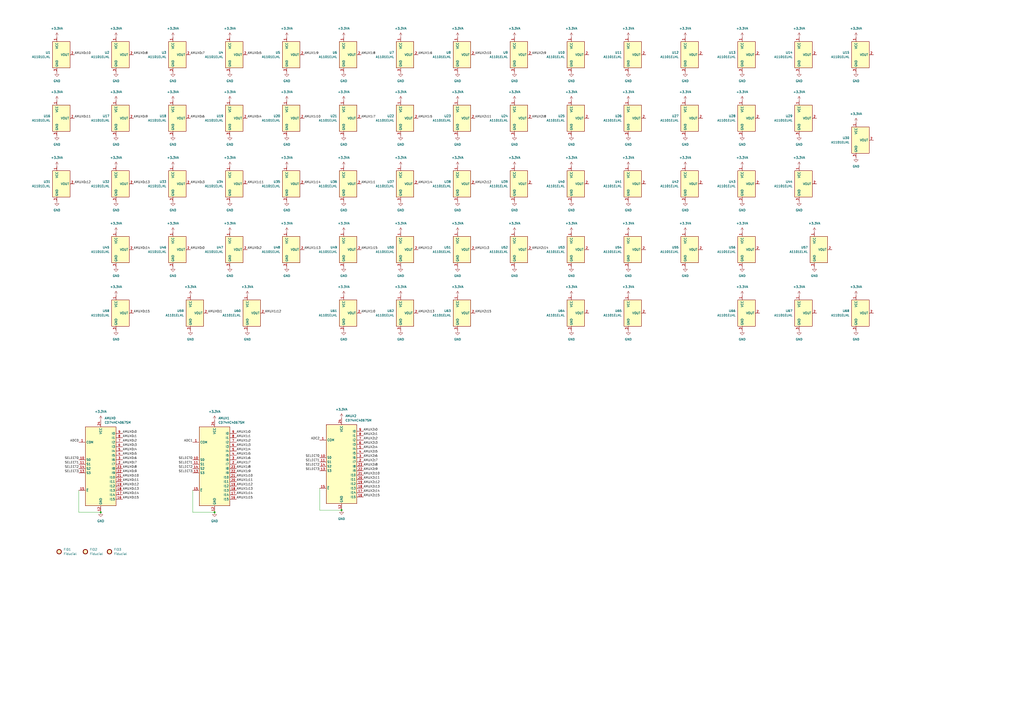
<source format=kicad_sch>
(kicad_sch (version 20230121) (generator eeschema)
  (paper "A2")
  (junction (at 58.42 297.18))
  (junction (at 198.12 295.91))
  (junction (at 124.46 297.18))
  (wire (pts (xy 185.42 295.91) (xy 198.12 295.91)))
  (wire (pts (xy 111.76 284.48) (xy 111.76 297.18)))
  (wire (pts (xy 45.72 297.18) (xy 58.42 297.18)))
  (wire (pts (xy 111.76 297.18) (xy 124.46 297.18)))
  (wire (pts (xy 45.72 284.48) (xy 45.72 297.18)))
  (wire (pts (xy 185.42 283.21) (xy 185.42 295.91)))
  (label "AMUX0:7" (at 110.49 31.75 0))
  (label "AMUX0:10" (at 71.12 276.86 0))
  (label "AMUX0:3" (at 110.49 106.68 0))
  (label "AMUX0:4" (at 71.12 261.62 0))
  (label "AMUX2:4" (at 210.82 260.35 0))
  (label "AMUX0:12" (at 71.12 281.94 0))
  (label "SELECT0" (at 111.76 266.7 180))
  (label "AMUX2:3" (at 210.82 257.81 0))
  (label "AMUX2:9" (at 210.82 273.05 0))
  (label "AMUX2:13" (at 242.57 181.61 0))
  (label "AMUX2:9" (at 308.61 31.75 0))
  (label "AMUX0:9" (at 77.47 68.58 0))
  (label "AMUX0:7" (at 71.12 269.24 0))
  (label "AMUX0:14" (at 77.47 144.78 0))
  (label "AMUX1:5" (at 137.16 264.16 0))
  (label "AMUX2:14" (at 308.61 144.78 0))
  (label "AMUX1:8" (at 209.55 31.75 0))
  (label "AMUX0:8" (at 71.12 271.78 0))
  (label "AMUX1:7" (at 209.55 68.58 0))
  (label "AMUX1:15" (at 137.16 289.56 0))
  (label "AMUX2:12" (at 210.82 280.67 0))
  (label "AMUX1:0" (at 209.55 181.61 0))
  (label "AMUX2:11" (at 275.59 68.58 0))
  (label "AMUX2:15" (at 210.82 288.29 0))
  (label "AMUX1:9" (at 137.16 274.32 0))
  (label "AMUX2:0" (at 210.82 250.19 0))
  (label "AMUX1:10" (at 176.53 68.58 0))
  (label "AMUX1:1" (at 137.16 254 0))
  (label "AMUX1:0" (at 137.16 251.46 0))
  (label "SELECT3" (at 111.76 274.32 180))
  (label "AMUX1:14" (at 176.53 106.68 0))
  (label "ADC0" (at 45.72 256.54 180))
  (label "AMUX0:2" (at 71.12 256.54 0))
  (label "AMUX0:1" (at 120.65 181.61 0))
  (label "SELECT1" (at 185.42 267.97 180))
  (label "AMUX0:2" (at 143.51 144.78 0))
  (label "AMUX0:11" (at 43.18 68.58 0))
  (label "AMUX1:3" (at 137.16 259.08 0))
  (label "AMUX1:13" (at 176.53 144.78 0))
  (label "AMUX0:0" (at 71.12 251.46 0))
  (label "AMUX1:8" (at 137.16 271.78 0))
  (label "AMUX0:14" (at 71.12 287.02 0))
  (label "SELECT1" (at 111.76 269.24 180))
  (label "SELECT3" (at 45.72 274.32 180))
  (label "AMUX2:2" (at 210.82 255.27 0))
  (label "AMUX2:13" (at 210.82 283.21 0))
  (label "AMUX0:6" (at 110.49 68.58 0))
  (label "AMUX0:11" (at 71.12 279.4 0))
  (label "AMUX1:7" (at 137.16 269.24 0))
  (label "AMUX1:9" (at 176.53 31.75 0))
  (label "AMUX0:4" (at 143.51 68.58 0))
  (label "AMUX1:1" (at 209.55 106.68 0))
  (label "AMUX1:14" (at 137.16 287.02 0))
  (label "AMUX1:4" (at 242.57 106.68 0))
  (label "AMUX1:13" (at 137.16 284.48 0))
  (label "AMUX0:15" (at 71.12 289.56 0))
  (label "AMUX1:6" (at 242.57 31.75 0))
  (label "AMUX2:11" (at 210.82 278.13 0))
  (label "AMUX0:13" (at 77.47 106.68 0))
  (label "AMUX0:9" (at 71.12 274.32 0))
  (label "AMUX1:2" (at 137.16 256.54 0))
  (label "AMUX0:5" (at 71.12 264.16 0))
  (label "AMUX0:8" (at 77.47 31.75 0))
  (label "ADC2" (at 185.42 255.27 180))
  (label "AMUX0:10" (at 43.18 31.75 0))
  (label "AMUX2:6" (at 210.82 265.43 0))
  (label "AMUX1:12" (at 137.16 281.94 0))
  (label "AMUX1:4" (at 137.16 261.62 0))
  (label "AMUX0:13" (at 71.12 284.48 0))
  (label "AMUX2:14" (at 210.82 285.75 0))
  (label "AMUX0:12" (at 43.18 106.68 0))
  (label "AMUX2:12" (at 275.59 106.68 0))
  (label "AMUX0:15" (at 77.47 181.61 0))
  (label "AMUX1:11" (at 137.16 279.4 0))
  (label "AMUX0:3" (at 71.12 259.08 0))
  (label "AMUX1:10" (at 137.16 276.86 0))
  (label "AMUX1:3" (at 275.59 144.78 0))
  (label "AMUX2:10" (at 210.82 275.59 0))
  (label "SELECT2" (at 185.42 270.51 180))
  (label "AMUX2:1" (at 210.82 252.73 0))
  (label "AMUX2:15" (at 275.59 181.61 0))
  (label "AMUX0:0" (at 110.49 144.78 0))
  (label "AMUX1:2" (at 242.57 144.78 0))
  (label "SELECT1" (at 45.72 269.24 180))
  (label "SELECT2" (at 111.76 271.78 180))
  (label "AMUX2:10" (at 275.59 31.75 0))
  (label "SELECT2" (at 45.72 271.78 180))
  (label "AMUX1:15" (at 209.55 144.78 0))
  (label "SELECT3" (at 185.42 273.05 180))
  (label "AMUX0:6" (at 71.12 266.7 0))
  (label "AMUX1:12" (at 153.67 181.61 0))
  (label "AMUX0:5" (at 143.51 31.75 0))
  (label "AMUX1:5" (at 242.57 68.58 0))
  (label "AMUX1:11" (at 143.51 106.68 0))
  (label "AMUX2:7" (at 210.82 267.97 0))
  (label "AMUX1:6" (at 137.16 266.7 0))
  (label "AMUX2:5" (at 210.82 262.89 0))
  (label "AMUX2:8" (at 210.82 270.51 0))
  (label "SELECT0" (at 45.72 266.7 180))
  (label "SELECT0" (at 185.42 265.43 180))
  (label "ADC1" (at 111.76 256.54 180))
  (label "AMUX2:8" (at 308.61 68.58 0))
  (label "AMUX0:1" (at 71.12 254 0))
  (symbol (lib_id "Sensor_Magnetic:A1101ELHL") (at 334.01 68.58 0) (unit 1)
    (property "Reference" "U25" (at 327.66 67.3099 0) (effects (justify right)))
    (property "Value" "A1101ELHL" (at 327.66 69.8499 0) (effects (justify right)))
    (property "Footprint" "Lekker switch:SW_MX_Lekker_1u" (effects hide))
    (property "Datasheet" "https://www.allegromicro.com/-/media/files/datasheets/a110x-datasheet.ashx" (effects hide))
  )
  (symbol (lib_id "power:+3.3VA") (at 331.47 96.52 0) (unit 1)
    (property "Reference" "#PWR070" (effects hide))
    (property "Value" "+3.3VA" (at 331.47 91.44 0))
  )
  (symbol (lib_id "power:+3.3VA") (at 232.41 21.59 0) (unit 1)
    (property "Reference" "#PWR07" (effects hide))
    (property "Value" "+3.3VA" (at 232.41 16.51 0))
  )
  (symbol (lib_id "power:GND") (at 166.37 78.74 0) (unit 1)
    (property "Reference" "#PWR050" (effects hide))
    (property "Value" "GND" (at 166.37 83.82 0))
  )
  (symbol (lib_id "power:GND") (at 133.35 154.94 0) (unit 1)
    (property "Reference" "#PWR0104" (effects hide))
    (property "Value" "GND" (at 133.35 160.02 0))
  )
  (symbol (lib_id "74xx:CD74HC4067SM") (at 198.12 267.97 0) (unit 1)
    (property "Reference" "AMUX2" (at 200.3141 241.3 0) (effects (justify left)))
    (property "Value" "CD74HC4067SM" (at 200.3141 243.84 0) (effects (justify left)))
    (property "Footprint" "Package_SO:SSOP-24_5.3x8.2mm_P0.65mm" (effects hide))
    (property "Datasheet" "http://www.ti.com/lit/ds/symlink/cd74hc4067.pdf" (effects hide))
    (property "LCSC" "C98457" (effects hide))
  )
  (symbol (lib_id "power:+3.3VA") (at 33.02 96.52 0) (unit 1)
    (property "Reference" "#PWR061" (effects hide))
    (property "Value" "+3.3VA" (at 33.02 91.44 0))
  )
  (symbol (lib_id "Sensor_Magnetic:A1101ELHL") (at 234.95 106.68 0) (unit 1)
    (property "Reference" "U37" (at 228.6 105.4099 0) (effects (justify right)))
    (property "Value" "A1101ELHL" (at 228.6 107.9499 0) (effects (justify right)))
    (property "Footprint" "Lekker switch:SW_MX_Lekker_1u" (effects hide))
    (property "Datasheet" "https://www.allegromicro.com/-/media/files/datasheets/a110x-datasheet.ashx" (effects hide))
  )
  (symbol (lib_id "Sensor_Magnetic:A1101ELHL") (at 135.89 68.58 0) (unit 1)
    (property "Reference" "U19" (at 129.54 67.3099 0) (effects (justify right)))
    (property "Value" "A1101ELHL" (at 129.54 69.8499 0) (effects (justify right)))
    (property "Footprint" "Lekker switch:SW_MX_Lekker_1u" (effects hide))
    (property "Datasheet" "https://www.allegromicro.com/-/media/files/datasheets/a110x-datasheet.ashx" (effects hide))
  )
  (symbol (lib_id "Sensor_Magnetic:A1101ELHL") (at 168.91 144.78 0) (unit 1)
    (property "Reference" "U48" (at 162.56 143.5099 0) (effects (justify right)))
    (property "Value" "A1101ELHL" (at 162.56 146.0499 0) (effects (justify right)))
    (property "Footprint" "Lekker switch:SW_MX_Lekker_1u" (effects hide))
    (property "Datasheet" "https://www.allegromicro.com/-/media/files/datasheets/a110x-datasheet.ashx" (effects hide))
  )
  (symbol (lib_id "Sensor_Magnetic:A1101ELHL") (at 135.89 106.68 0) (unit 1)
    (property "Reference" "U34" (at 129.54 105.4099 0) (effects (justify right)))
    (property "Value" "A1101ELHL" (at 129.54 107.9499 0) (effects (justify right)))
    (property "Footprint" "Lekker switch:SW_MX_Lekker_1u" (effects hide))
    (property "Datasheet" "https://www.allegromicro.com/-/media/files/datasheets/a110x-datasheet.ashx" (effects hide))
  )
  (symbol (lib_id "Sensor_Magnetic:A1101ELHL") (at 102.87 68.58 0) (unit 1)
    (property "Reference" "U18" (at 96.52 67.3099 0) (effects (justify right)))
    (property "Value" "A1101ELHL" (at 96.52 69.8499 0) (effects (justify right)))
    (property "Footprint" "Lekker switch:SW_MX_Lekker_1u" (effects hide))
    (property "Datasheet" "https://www.allegromicro.com/-/media/files/datasheets/a110x-datasheet.ashx" (effects hide))
  )
  (symbol (lib_id "power:+3.3VA") (at 166.37 21.59 0) (unit 1)
    (property "Reference" "#PWR05" (effects hide))
    (property "Value" "+3.3VA" (at 166.37 16.51 0))
  )
  (symbol (lib_id "power:GND") (at 298.45 41.91 0) (unit 1)
    (property "Reference" "#PWR024" (effects hide))
    (property "Value" "GND" (at 298.45 46.99 0))
  )
  (symbol (lib_id "Sensor_Magnetic:A1101ELHL") (at 433.07 144.78 0) (unit 1)
    (property "Reference" "U56" (at 426.72 143.5099 0) (effects (justify right)))
    (property "Value" "A1101ELHL" (at 426.72 146.0499 0) (effects (justify right)))
    (property "Footprint" "Lekker switch:SW_MX_Lekker_1u" (effects hide))
    (property "Datasheet" "https://www.allegromicro.com/-/media/files/datasheets/a110x-datasheet.ashx" (effects hide))
  )
  (symbol (lib_id "power:+3.3VA") (at 166.37 58.42 0) (unit 1)
    (property "Reference" "#PWR035" (effects hide))
    (property "Value" "+3.3VA" (at 166.37 53.34 0))
  )
  (symbol (lib_id "power:GND") (at 67.31 78.74 0) (unit 1)
    (property "Reference" "#PWR047" (effects hide))
    (property "Value" "GND" (at 67.31 83.82 0))
  )
  (symbol (lib_id "power:+3.3VA") (at 298.45 21.59 0) (unit 1)
    (property "Reference" "#PWR09" (effects hide))
    (property "Value" "+3.3VA" (at 298.45 16.51 0))
  )
  (symbol (lib_id "power:GND") (at 496.57 41.91 0) (unit 1)
    (property "Reference" "#PWR030" (effects hide))
    (property "Value" "GND" (at 496.57 46.99 0))
  )
  (symbol (lib_id "power:+3.3VA") (at 397.51 134.62 0) (unit 1)
    (property "Reference" "#PWR099" (effects hide))
    (property "Value" "+3.3VA" (at 397.51 129.54 0))
  )
  (symbol (lib_id "power:GND") (at 100.33 78.74 0) (unit 1)
    (property "Reference" "#PWR048" (effects hide))
    (property "Value" "GND" (at 100.33 83.82 0))
  )
  (symbol (lib_id "power:+3.3VA") (at 33.02 21.59 0) (unit 1)
    (property "Reference" "#PWR01" (effects hide))
    (property "Value" "+3.3VA" (at 33.02 16.51 0))
  )
  (symbol (lib_id "Sensor_Magnetic:A1101ELHL") (at 102.87 31.75 0) (unit 1)
    (property "Reference" "U3" (at 96.52 30.4799 0) (effects (justify right)))
    (property "Value" "A1101ELHL" (at 96.52 33.0199 0) (effects (justify right)))
    (property "Footprint" "Lekker switch:SW_MX_Lekker_1u" (effects hide))
    (property "Datasheet" "https://www.allegromicro.com/-/media/files/datasheets/a110x-datasheet.ashx" (effects hide))
  )
  (symbol (lib_id "power:+3.3VA") (at 265.43 96.52 0) (unit 1)
    (property "Reference" "#PWR068" (effects hide))
    (property "Value" "+3.3VA" (at 265.43 91.44 0))
  )
  (symbol (lib_id "power:GND") (at 430.53 154.94 0) (unit 1)
    (property "Reference" "#PWR0113" (effects hide))
    (property "Value" "GND" (at 430.53 160.02 0))
  )
  (symbol (lib_id "Sensor_Magnetic:A1101ELHL") (at 499.11 81.28 0) (unit 1)
    (property "Reference" "U30" (at 492.76 80.0099 0) (effects (justify right)))
    (property "Value" "A1101ELHL" (at 492.76 82.5499 0) (effects (justify right)))
    (property "Footprint" "Lekker switch:SW_MX_Lekker" (effects hide))
    (property "Datasheet" "https://www.allegromicro.com/-/media/files/datasheets/a110x-datasheet.ashx" (effects hide))
  )
  (symbol (lib_id "Sensor_Magnetic:A1101ELHL") (at 69.85 31.75 0) (unit 1)
    (property "Reference" "U2" (at 63.5 30.4799 0) (effects (justify right)))
    (property "Value" "A1101ELHL" (at 63.5 33.0199 0) (effects (justify right)))
    (property "Footprint" "Lekker switch:SW_MX_Lekker_1u" (effects hide))
    (property "Datasheet" "https://www.allegromicro.com/-/media/files/datasheets/a110x-datasheet.ashx" (effects hide))
  )
  (symbol (lib_id "Sensor_Magnetic:A1101ELHL") (at 400.05 31.75 0) (unit 1)
    (property "Reference" "U12" (at 393.7 30.4799 0) (effects (justify right)))
    (property "Value" "A1101ELHL" (at 393.7 33.0199 0) (effects (justify right)))
    (property "Footprint" "Lekker switch:SW_MX_Lekker_1u" (effects hide))
    (property "Datasheet" "https://www.allegromicro.com/-/media/files/datasheets/a110x-datasheet.ashx" (effects hide))
  )
  (symbol (lib_id "power:+3.3VA") (at 430.53 96.52 0) (unit 1)
    (property "Reference" "#PWR073" (effects hide))
    (property "Value" "+3.3VA" (at 430.53 91.44 0))
  )
  (symbol (lib_id "power:+3.3VA") (at 199.39 134.62 0) (unit 1)
    (property "Reference" "#PWR093" (effects hide))
    (property "Value" "+3.3VA" (at 199.39 129.54 0))
  )
  (symbol (lib_id "power:GND") (at 397.51 116.84 0) (unit 1)
    (property "Reference" "#PWR086" (effects hide))
    (property "Value" "GND" (at 397.51 121.92 0))
  )
  (symbol (lib_id "Mechanical:Fiducial") (at 34.29 320.04 0) (unit 1)
    (property "Reference" "FID1" (at 36.83 318.77 0) (effects (justify left)))
    (property "Value" "Fiducial" (at 36.83 321.31 0) (effects (justify left)))
    (property "Footprint" "Fiducial:Fiducial_1mm_Mask3mm" (effects hide))
  )
  (symbol (lib_id "Sensor_Magnetic:A1101ELHL") (at 234.95 181.61 0) (unit 1)
    (property "Reference" "U62" (at 228.6 180.3399 0) (effects (justify right)))
    (property "Value" "A1101ELHL" (at 228.6 182.8799 0) (effects (justify right)))
    (property "Footprint" "Lekker switch:SW_MX_Lekker" (effects hide))
    (property "Datasheet" "https://www.allegromicro.com/-/media/files/datasheets/a110x-datasheet.ashx" (effects hide))
  )
  (symbol (lib_id "power:GND") (at 33.02 116.84 0) (unit 1)
    (property "Reference" "#PWR075" (effects hide))
    (property "Value" "GND" (at 33.02 121.92 0))
  )
  (symbol (lib_id "power:+3.3VA") (at 472.44 134.62 0) (unit 1)
    (property "Reference" "#PWR0101" (effects hide))
    (property "Value" "+3.3VA" (at 472.44 129.54 0))
  )
  (symbol (lib_id "power:GND") (at 166.37 41.91 0) (unit 1)
    (property "Reference" "#PWR020" (effects hide))
    (property "Value" "GND" (at 166.37 46.99 0))
  )
  (symbol (lib_id "power:GND") (at 331.47 191.77 0) (unit 1)
    (property "Reference" "#PWR0132" (effects hide))
    (property "Value" "GND" (at 331.47 196.85 0))
  )
  (symbol (lib_id "power:GND") (at 397.51 154.94 0) (unit 1)
    (property "Reference" "#PWR0112" (effects hide))
    (property "Value" "GND" (at 397.51 160.02 0))
  )
  (symbol (lib_id "power:+3.3VA") (at 110.49 171.45 0) (unit 1)
    (property "Reference" "#PWR0116" (effects hide))
    (property "Value" "+3.3VA" (at 110.49 166.37 0))
  )
  (symbol (lib_id "power:+3.3VA") (at 265.43 58.42 0) (unit 1)
    (property "Reference" "#PWR038" (effects hide))
    (property "Value" "+3.3VA" (at 265.43 53.34 0))
  )
  (symbol (lib_id "power:GND") (at 133.35 78.74 0) (unit 1)
    (property "Reference" "#PWR049" (effects hide))
    (property "Value" "GND" (at 133.35 83.82 0))
  )
  (symbol (lib_id "Sensor_Magnetic:A1101ELHL") (at 400.05 106.68 0) (unit 1)
    (property "Reference" "U42" (at 393.7 105.4099 0) (effects (justify right)))
    (property "Value" "A1101ELHL" (at 393.7 107.9499 0) (effects (justify right)))
    (property "Footprint" "Lekker switch:SW_MX_Lekker_1u" (effects hide))
    (property "Datasheet" "https://www.allegromicro.com/-/media/files/datasheets/a110x-datasheet.ashx" (effects hide))
  )
  (symbol (lib_id "power:GND") (at 430.53 191.77 0) (unit 1)
    (property "Reference" "#PWR0134" (effects hide))
    (property "Value" "GND" (at 430.53 196.85 0))
  )
  (symbol (lib_id "Sensor_Magnetic:A1101ELHL") (at 267.97 181.61 0) (unit 1)
    (property "Reference" "U63" (at 261.62 180.3399 0) (effects (justify right)))
    (property "Value" "A1101ELHL" (at 261.62 182.8799 0) (effects (justify right)))
    (property "Footprint" "Lekker switch:SW_MX_Lekker" (effects hide))
    (property "Datasheet" "https://www.allegromicro.com/-/media/files/datasheets/a110x-datasheet.ashx" (effects hide))
  )
  (symbol (lib_id "power:+3.3VA") (at 430.53 134.62 0) (unit 1)
    (property "Reference" "#PWR0100" (effects hide))
    (property "Value" "+3.3VA" (at 430.53 129.54 0))
  )
  (symbol (lib_id "Sensor_Magnetic:A1101ELHL") (at 334.01 31.75 0) (unit 1)
    (property "Reference" "U10" (at 327.66 30.4799 0) (effects (justify right)))
    (property "Value" "A1101ELHL" (at 327.66 33.0199 0) (effects (justify right)))
    (property "Footprint" "Lekker switch:SW_MX_Lekker_1u" (effects hide))
    (property "Datasheet" "https://www.allegromicro.com/-/media/files/datasheets/a110x-datasheet.ashx" (effects hide))
  )
  (symbol (lib_id "power:GND") (at 166.37 116.84 0) (unit 1)
    (property "Reference" "#PWR079" (effects hide))
    (property "Value" "GND" (at 166.37 121.92 0))
  )
  (symbol (lib_id "Sensor_Magnetic:A1101ELHL") (at 466.09 181.61 0) (unit 1)
    (property "Reference" "U67" (at 459.74 180.3399 0) (effects (justify right)))
    (property "Value" "A1101ELHL" (at 459.74 182.8799 0) (effects (justify right)))
    (property "Footprint" "Lekker switch:SW_MX_Lekker_1u" (effects hide))
    (property "Datasheet" "https://www.allegromicro.com/-/media/files/datasheets/a110x-datasheet.ashx" (effects hide))
  )
  (symbol (lib_id "power:GND") (at 110.49 191.77 0) (unit 1)
    (property "Reference" "#PWR0127" (effects hide))
    (property "Value" "GND" (at 110.49 196.85 0))
  )
  (symbol (lib_id "power:+3.3VA") (at 100.33 96.52 0) (unit 1)
    (property "Reference" "#PWR063" (effects hide))
    (property "Value" "+3.3VA" (at 100.33 91.44 0))
  )
  (symbol (lib_id "power:+3.3VA") (at 430.53 171.45 0) (unit 1)
    (property "Reference" "#PWR0123" (effects hide))
    (property "Value" "+3.3VA" (at 430.53 166.37 0))
  )
  (symbol (lib_id "power:+3.3VA") (at 166.37 134.62 0) (unit 1)
    (property "Reference" "#PWR092" (effects hide))
    (property "Value" "+3.3VA" (at 166.37 129.54 0))
  )
  (symbol (lib_id "power:+3.3VA") (at 364.49 96.52 0) (unit 1)
    (property "Reference" "#PWR071" (effects hide))
    (property "Value" "+3.3VA" (at 364.49 91.44 0))
  )
  (symbol (lib_id "Sensor_Magnetic:A1101ELHL") (at 267.97 106.68 0) (unit 1)
    (property "Reference" "U38" (at 261.62 105.4099 0) (effects (justify right)))
    (property "Value" "A1101ELHL" (at 261.62 107.9499 0) (effects (justify right)))
    (property "Footprint" "Lekker switch:SW_MX_Lekker_1u" (effects hide))
    (property "Datasheet" "https://www.allegromicro.com/-/media/files/datasheets/a110x-datasheet.ashx" (effects hide))
  )
  (symbol (lib_id "Sensor_Magnetic:A1101ELHL") (at 367.03 181.61 0) (unit 1)
    (property "Reference" "U65" (at 360.68 180.3399 0) (effects (justify right)))
    (property "Value" "A1101ELHL" (at 360.68 182.8799 0) (effects (justify right)))
    (property "Footprint" "Lekker switch:SW_MX_Lekker_1u" (effects hide))
    (property "Datasheet" "https://www.allegromicro.com/-/media/files/datasheets/a110x-datasheet.ashx" (effects hide))
  )
  (symbol (lib_id "Mechanical:Fiducial") (at 49.53 320.04 0) (unit 1)
    (property "Reference" "FID2" (at 52.07 318.77 0) (effects (justify left)))
    (property "Value" "Fiducial" (at 52.07 321.31 0) (effects (justify left)))
    (property "Footprint" "Fiducial:Fiducial_1mm_Mask3mm" (effects hide))
  )
  (symbol (lib_id "Sensor_Magnetic:A1101ELHL") (at 69.85 106.68 0) (unit 1)
    (property "Reference" "U32" (at 63.5 105.4099 0) (effects (justify right)))
    (property "Value" "A1101ELHL" (at 63.5 107.9499 0) (effects (justify right)))
    (property "Footprint" "Lekker switch:SW_MX_Lekker_1.75u" (effects hide))
    (property "Datasheet" "https://www.allegromicro.com/-/media/files/datasheets/a110x-datasheet.ashx" (effects hide))
  )
  (symbol (lib_id "power:GND") (at 232.41 191.77 0) (unit 1)
    (property "Reference" "#PWR0130" (effects hide))
    (property "Value" "GND" (at 232.41 196.85 0))
  )
  (symbol (lib_id "power:GND") (at 232.41 116.84 0) (unit 1)
    (property "Reference" "#PWR081" (effects hide))
    (property "Value" "GND" (at 232.41 121.92 0))
  )
  (symbol (lib_id "power:GND") (at 133.35 41.91 0) (unit 1)
    (property "Reference" "#PWR019" (effects hide))
    (property "Value" "GND" (at 133.35 46.99 0))
  )
  (symbol (lib_id "power:+3.3VA") (at 133.35 58.42 0) (unit 1)
    (property "Reference" "#PWR034" (effects hide))
    (property "Value" "+3.3VA" (at 133.35 53.34 0))
  )
  (symbol (lib_id "power:GND") (at 67.31 154.94 0) (unit 1)
    (property "Reference" "#PWR0102" (effects hide))
    (property "Value" "GND" (at 67.31 160.02 0))
  )
  (symbol (lib_id "power:+3.3VA") (at 33.02 58.42 0) (unit 1)
    (property "Reference" "#PWR031" (effects hide))
    (property "Value" "+3.3VA" (at 33.02 53.34 0))
  )
  (symbol (lib_id "power:GND") (at 199.39 191.77 0) (unit 1)
    (property "Reference" "#PWR0129" (effects hide))
    (property "Value" "GND" (at 199.39 196.85 0))
  )
  (symbol (lib_id "power:GND") (at 198.12 295.91 0) (unit 1)
    (property "Reference" "#PWR0142" (effects hide))
    (property "Value" "GND" (at 198.12 300.99 0))
  )
  (symbol (lib_id "Mechanical:Fiducial") (at 63.5 320.04 0) (unit 1)
    (property "Reference" "FID3" (at 66.04 318.77 0) (effects (justify left)))
    (property "Value" "Fiducial" (at 66.04 321.31 0) (effects (justify left)))
    (property "Footprint" "Fiducial:Fiducial_1mm_Mask3mm" (effects hide))
  )
  (symbol (lib_id "power:+3.3VA") (at 67.31 134.62 0) (unit 1)
    (property "Reference" "#PWR089" (effects hide))
    (property "Value" "+3.3VA" (at 67.31 129.54 0))
  )
  (symbol (lib_id "Sensor_Magnetic:A1101ELHL") (at 367.03 31.75 0) (unit 1)
    (property "Reference" "U11" (at 360.68 30.4799 0) (effects (justify right)))
    (property "Value" "A1101ELHL" (at 360.68 33.0199 0) (effects (justify right)))
    (property "Footprint" "Lekker switch:SW_MX_Lekker_1u" (effects hide))
    (property "Datasheet" "https://www.allegromicro.com/-/media/files/datasheets/a110x-datasheet.ashx" (effects hide))
  )
  (symbol (lib_id "power:+3.3VA") (at 331.47 21.59 0) (unit 1)
    (property "Reference" "#PWR010" (effects hide))
    (property "Value" "+3.3VA" (at 331.47 16.51 0))
  )
  (symbol (lib_id "power:GND") (at 364.49 78.74 0) (unit 1)
    (property "Reference" "#PWR056" (effects hide))
    (property "Value" "GND" (at 364.49 83.82 0))
  )
  (symbol (lib_id "Sensor_Magnetic:A1101ELHL") (at 400.05 144.78 0) (unit 1)
    (property "Reference" "U55" (at 393.7 143.5099 0) (effects (justify right)))
    (property "Value" "A1101ELHL" (at 393.7 146.0499 0) (effects (justify right)))
    (property "Footprint" "Lekker switch:SW_MX_Lekker_1u" (effects hide))
    (property "Datasheet" "https://www.allegromicro.com/-/media/files/datasheets/a110x-datasheet.ashx" (effects hide))
  )
  (symbol (lib_id "power:+3.3VA") (at 265.43 21.59 0) (unit 1)
    (property "Reference" "#PWR08" (effects hide))
    (property "Value" "+3.3VA" (at 265.43 16.51 0))
  )
  (symbol (lib_id "Sensor_Magnetic:A1101ELHL") (at 267.97 68.58 0) (unit 1)
    (property "Reference" "U23" (at 261.62 67.3099 0) (effects (justify right)))
    (property "Value" "A1101ELHL" (at 261.62 69.8499 0) (effects (justify right)))
    (property "Footprint" "Lekker switch:SW_MX_Lekker_1u" (effects hide))
    (property "Datasheet" "https://www.allegromicro.com/-/media/files/datasheets/a110x-datasheet.ashx" (effects hide))
  )
  (symbol (lib_id "power:GND") (at 33.02 78.74 0) (unit 1)
    (property "Reference" "#PWR046" (effects hide))
    (property "Value" "GND" (at 33.02 83.82 0))
  )
  (symbol (lib_id "power:GND") (at 67.31 191.77 0) (unit 1)
    (property "Reference" "#PWR0126" (effects hide))
    (property "Value" "GND" (at 67.31 196.85 0))
  )
  (symbol (lib_id "power:+3.3VA") (at 67.31 58.42 0) (unit 1)
    (property "Reference" "#PWR032" (effects hide))
    (property "Value" "+3.3VA" (at 67.31 53.34 0))
  )
  (symbol (lib_id "Sensor_Magnetic:A1101ELHL") (at 168.91 68.58 0) (unit 1)
    (property "Reference" "U20" (at 162.56 67.3099 0) (effects (justify right)))
    (property "Value" "A1101ELHL" (at 162.56 69.8499 0) (effects (justify right)))
    (property "Footprint" "Lekker switch:SW_MX_Lekker_1u" (effects hide))
    (property "Datasheet" "https://www.allegromicro.com/-/media/files/datasheets/a110x-datasheet.ashx" (effects hide))
  )
  (symbol (lib_id "power:+3.3VA") (at 265.43 171.45 0) (unit 1)
    (property "Reference" "#PWR0120" (effects hide))
    (property "Value" "+3.3VA" (at 265.43 166.37 0))
  )
  (symbol (lib_id "power:GND") (at 430.53 116.84 0) (unit 1)
    (property "Reference" "#PWR087" (effects hide))
    (property "Value" "GND" (at 430.53 121.92 0))
  )
  (symbol (lib_id "power:GND") (at 100.33 41.91 0) (unit 1)
    (property "Reference" "#PWR018" (effects hide))
    (property "Value" "GND" (at 100.33 46.99 0))
  )
  (symbol (lib_id "Sensor_Magnetic:A1101ELHL") (at 300.99 68.58 0) (unit 1)
    (property "Reference" "U24" (at 294.64 67.3099 0) (effects (justify right)))
    (property "Value" "A1101ELHL" (at 294.64 69.8499 0) (effects (justify right)))
    (property "Footprint" "Lekker switch:SW_MX_Lekker_1u" (effects hide))
    (property "Datasheet" "https://www.allegromicro.com/-/media/files/datasheets/a110x-datasheet.ashx" (effects hide))
  )
  (symbol (lib_id "power:GND") (at 463.55 41.91 0) (unit 1)
    (property "Reference" "#PWR029" (effects hide))
    (property "Value" "GND" (at 463.55 46.99 0))
  )
  (symbol (lib_id "Sensor_Magnetic:A1101ELHL") (at 267.97 31.75 0) (unit 1)
    (property "Reference" "U8" (at 261.62 30.4799 0) (effects (justify right)))
    (property "Value" "A1101ELHL" (at 261.62 33.0199 0) (effects (justify right)))
    (property "Footprint" "Lekker switch:SW_MX_Lekker_1u" (effects hide))
    (property "Datasheet" "https://www.allegromicro.com/-/media/files/datasheets/a110x-datasheet.ashx" (effects hide))
  )
  (symbol (lib_id "Sensor_Magnetic:A1101ELHL") (at 367.03 144.78 0) (unit 1)
    (property "Reference" "U54" (at 360.68 143.5099 0) (effects (justify right)))
    (property "Value" "A1101ELHL" (at 360.68 146.0499 0) (effects (justify right)))
    (property "Footprint" "Lekker switch:SW_MX_Lekker_1u" (effects hide))
    (property "Datasheet" "https://www.allegromicro.com/-/media/files/datasheets/a110x-datasheet.ashx" (effects hide))
  )
  (symbol (lib_id "power:+3.3VA") (at 67.31 21.59 0) (unit 1)
    (property "Reference" "#PWR02" (effects hide))
    (property "Value" "+3.3VA" (at 67.31 16.51 0))
  )
  (symbol (lib_id "power:+3.3VA") (at 397.51 21.59 0) (unit 1)
    (property "Reference" "#PWR012" (effects hide))
    (property "Value" "+3.3VA" (at 397.51 16.51 0))
  )
  (symbol (lib_id "power:GND") (at 67.31 41.91 0) (unit 1)
    (property "Reference" "#PWR017" (effects hide))
    (property "Value" "GND" (at 67.31 46.99 0))
  )
  (symbol (lib_id "power:+3.3VA") (at 496.57 71.12 0) (unit 1)
    (property "Reference" "#PWR045" (effects hide))
    (property "Value" "+3.3VA" (at 496.57 66.04 0))
  )
  (symbol (lib_id "power:GND") (at 199.39 116.84 0) (unit 1)
    (property "Reference" "#PWR080" (effects hide))
    (property "Value" "GND" (at 199.39 121.92 0))
  )
  (symbol (lib_id "Sensor_Magnetic:A1101ELHL") (at 102.87 144.78 0) (unit 1)
    (property "Reference" "U46" (at 96.52 143.5099 0) (effects (justify right)))
    (property "Value" "A1101ELHL" (at 96.52 146.0499 0) (effects (justify right)))
    (property "Footprint" "Lekker switch:SW_MX_Lekker_1u" (effects hide))
    (property "Datasheet" "https://www.allegromicro.com/-/media/files/datasheets/a110x-datasheet.ashx" (effects hide))
  )
  (symbol (lib_id "power:GND") (at 232.41 154.94 0) (unit 1)
    (property "Reference" "#PWR0107" (effects hide))
    (property "Value" "GND" (at 232.41 160.02 0))
  )
  (symbol (lib_id "power:GND") (at 298.45 78.74 0) (unit 1)
    (property "Reference" "#PWR054" (effects hide))
    (property "Value" "GND" (at 298.45 83.82 0))
  )
  (symbol (lib_id "power:GND") (at 298.45 116.84 0) (unit 1)
    (property "Reference" "#PWR083" (effects hide))
    (property "Value" "GND" (at 298.45 121.92 0))
  )
  (symbol (lib_id "power:GND") (at 331.47 116.84 0) (unit 1)
    (property "Reference" "#PWR084" (effects hide))
    (property "Value" "GND" (at 331.47 121.92 0))
  )
  (symbol (lib_id "power:GND") (at 364.49 154.94 0) (unit 1)
    (property "Reference" "#PWR0111" (effects hide))
    (property "Value" "GND" (at 364.49 160.02 0))
  )
  (symbol (lib_id "power:+3.3VA") (at 364.49 21.59 0) (unit 1)
    (property "Reference" "#PWR011" (effects hide))
    (property "Value" "+3.3VA" (at 364.49 16.51 0))
  )
  (symbol (lib_id "power:+3.3VA") (at 298.45 58.42 0) (unit 1)
    (property "Reference" "#PWR039" (effects hide))
    (property "Value" "+3.3VA" (at 298.45 53.34 0))
  )
  (symbol (lib_id "power:GND") (at 265.43 41.91 0) (unit 1)
    (property "Reference" "#PWR023" (effects hide))
    (property "Value" "GND" (at 265.43 46.99 0))
  )
  (symbol (lib_id "power:GND") (at 265.43 78.74 0) (unit 1)
    (property "Reference" "#PWR053" (effects hide))
    (property "Value" "GND" (at 265.43 83.82 0))
  )
  (symbol (lib_id "power:GND") (at 124.46 297.18 0) (unit 1)
    (property "Reference" "#PWR0140" (effects hide))
    (property "Value" "GND" (at 124.46 302.26 0))
  )
  (symbol (lib_id "Sensor_Magnetic:A1101ELHL") (at 201.93 31.75 0) (unit 1)
    (property "Reference" "U6" (at 195.58 30.4799 0) (effects (justify right)))
    (property "Value" "A1101ELHL" (at 195.58 33.0199 0) (effects (justify right)))
    (property "Footprint" "Lekker switch:SW_MX_Lekker_1u" (effects hide))
    (property "Datasheet" "https://www.allegromicro.com/-/media/files/datasheets/a110x-datasheet.ashx" (effects hide))
  )
  (symbol (lib_id "power:+3.3VA") (at 331.47 171.45 0) (unit 1)
    (property "Reference" "#PWR0121" (effects hide))
    (property "Value" "+3.3VA" (at 331.47 166.37 0))
  )
  (symbol (lib_id "Sensor_Magnetic:A1101ELHL") (at 35.56 68.58 0) (unit 1)
    (property "Reference" "U16" (at 29.21 67.3099 0) (effects (justify right)))
    (property "Value" "A1101ELHL" (at 29.21 69.8499 0) (effects (justify right)))
    (property "Footprint" "Lekker switch:SW_MX_Lekker_1u" (effects hide))
    (property "Datasheet" "https://www.allegromicro.com/-/media/files/datasheets/a110x-datasheet.ashx" (effects hide))
  )
  (symbol (lib_id "power:GND") (at 472.44 154.94 0) (unit 1)
    (property "Reference" "#PWR0114" (effects hide))
    (property "Value" "GND" (at 472.44 160.02 0))
  )
  (symbol (lib_id "power:GND") (at 199.39 154.94 0) (unit 1)
    (property "Reference" "#PWR0106" (effects hide))
    (property "Value" "GND" (at 199.39 160.02 0))
  )
  (symbol (lib_id "Sensor_Magnetic:A1101ELHL") (at 433.07 31.75 0) (unit 1)
    (property "Reference" "U13" (at 426.72 30.4799 0) (effects (justify right)))
    (property "Value" "A1101ELHL" (at 426.72 33.0199 0) (effects (justify right)))
    (property "Footprint" "Lekker switch:SW_MX_Lekker_1u" (effects hide))
    (property "Datasheet" "https://www.allegromicro.com/-/media/files/datasheets/a110x-datasheet.ashx" (effects hide))
  )
  (symbol (lib_id "power:+3.3VA") (at 463.55 21.59 0) (unit 1)
    (property "Reference" "#PWR014" (effects hide))
    (property "Value" "+3.3VA" (at 463.55 16.51 0))
  )
  (symbol (lib_id "power:GND") (at 496.57 191.77 0) (unit 1)
    (property "Reference" "#PWR0136" (effects hide))
    (property "Value" "GND" (at 496.57 196.85 0))
  )
  (symbol (lib_id "Sensor_Magnetic:A1101ELHL") (at 69.85 181.61 0) (unit 1)
    (property "Reference" "U58" (at 63.5 180.3399 0) (effects (justify right)))
    (property "Value" "A1101ELHL" (at 63.5 182.8799 0) (effects (justify right)))
    (property "Footprint" "Lekker switch:SW_MX_Lekker_1.75u" (effects hide))
    (property "Datasheet" "https://www.allegromicro.com/-/media/files/datasheets/a110x-datasheet.ashx" (effects hide))
  )
  (symbol (lib_id "power:+3.3VA") (at 463.55 58.42 0) (unit 1)
    (property "Reference" "#PWR044" (effects hide))
    (property "Value" "+3.3VA" (at 463.55 53.34 0))
  )
  (symbol (lib_id "power:GND") (at 331.47 78.74 0) (unit 1)
    (property "Reference" "#PWR055" (effects hide))
    (property "Value" "GND" (at 331.47 83.82 0))
  )
  (symbol (lib_id "Sensor_Magnetic:A1101ELHL") (at 135.89 31.75 0) (unit 1)
    (property "Reference" "U4" (at 129.54 30.4799 0) (effects (justify right)))
    (property "Value" "A1101ELHL" (at 129.54 33.0199 0) (effects (justify right)))
    (property "Footprint" "Lekker switch:SW_MX_Lekker_1u" (effects hide))
    (property "Datasheet" "https://www.allegromicro.com/-/media/files/datasheets/a110x-datasheet.ashx" (effects hide))
  )
  (symbol (lib_id "Sensor_Magnetic:A1101ELHL") (at 35.56 31.75 0) (unit 1)
    (property "Reference" "U1" (at 29.21 30.4799 0) (effects (justify right)))
    (property "Value" "A1101ELHL" (at 29.21 33.0199 0) (effects (justify right)))
    (property "Footprint" "Lekker switch:SW_MX_Lekker_1u" (effects hide))
    (property "Datasheet" "https://www.allegromicro.com/-/media/files/datasheets/a110x-datasheet.ashx" (effects hide))
  )
  (symbol (lib_id "power:GND") (at 331.47 41.91 0) (unit 1)
    (property "Reference" "#PWR025" (effects hide))
    (property "Value" "GND" (at 331.47 46.99 0))
  )
  (symbol (lib_id "power:+3.3VA") (at 67.31 171.45 0) (unit 1)
    (property "Reference" "#PWR0115" (effects hide))
    (property "Value" "+3.3VA" (at 67.31 166.37 0))
  )
  (symbol (lib_id "power:GND") (at 364.49 41.91 0) (unit 1)
    (property "Reference" "#PWR026" (effects hide))
    (property "Value" "GND" (at 364.49 46.99 0))
  )
  (symbol (lib_id "power:+3.3VA") (at 265.43 134.62 0) (unit 1)
    (property "Reference" "#PWR095" (effects hide))
    (property "Value" "+3.3VA" (at 265.43 129.54 0))
  )
  (symbol (lib_id "power:GND") (at 199.39 41.91 0) (unit 1)
    (property "Reference" "#PWR021" (effects hide))
    (property "Value" "GND" (at 199.39 46.99 0))
  )
  (symbol (lib_id "Sensor_Magnetic:A1101ELHL") (at 433.07 106.68 0) (unit 1)
    (property "Reference" "U43" (at 426.72 105.4099 0) (effects (justify right)))
    (property "Value" "A1101ELHL" (at 426.72 107.9499 0) (effects (justify right)))
    (property "Footprint" "Lekker switch:SW_MX_Lekker_1u" (effects hide))
    (property "Datasheet" "https://www.allegromicro.com/-/media/files/datasheets/a110x-datasheet.ashx" (effects hide))
  )
  (symbol (lib_id "power:GND") (at 430.53 41.91 0) (unit 1)
    (property "Reference" "#PWR028" (effects hide))
    (property "Value" "GND" (at 430.53 46.99 0))
  )
  (symbol (lib_id "power:GND") (at 166.37 154.94 0) (unit 1)
    (property "Reference" "#PWR0105" (effects hide))
    (property "Value" "GND" (at 166.37 160.02 0))
  )
  (symbol (lib_id "power:+3.3VA") (at 58.42 243.84 0) (unit 1)
    (property "Reference" "#PWR0137" (effects hide))
    (property "Value" "+3.3VA" (at 58.42 238.76 0))
  )
  (symbol (lib_id "power:GND") (at 430.53 78.74 0) (unit 1)
    (property "Reference" "#PWR058" (effects hide))
    (property "Value" "GND" (at 430.53 83.82 0))
  )
  (symbol (lib_id "power:+3.3VA") (at 430.53 58.42 0) (unit 1)
    (property "Reference" "#PWR043" (effects hide))
    (property "Value" "+3.3VA" (at 430.53 53.34 0))
  )
  (symbol (lib_id "power:+3.3VA") (at 232.41 171.45 0) (unit 1)
    (property "Reference" "#PWR0119" (effects hide))
    (property "Value" "+3.3VA" (at 232.41 166.37 0))
  )
  (symbol (lib_id "power:GND") (at 100.33 116.84 0) (unit 1)
    (property "Reference" "#PWR077" (effects hide))
    (property "Value" "GND" (at 100.33 121.92 0))
  )
  (symbol (lib_id "Sensor_Magnetic:A1101ELHL") (at 466.09 106.68 0) (unit 1)
    (property "Reference" "U44" (at 459.74 105.4099 0) (effects (justify right)))
    (property "Value" "A1101ELHL" (at 459.74 107.9499 0) (effects (justify right)))
    (property "Footprint" "Lekker switch:SW_MX_Lekker_1u" (effects hide))
    (property "Datasheet" "https://www.allegromicro.com/-/media/files/datasheets/a110x-datasheet.ashx" (effects hide))
  )
  (symbol (lib_id "Sensor_Magnetic:A1101ELHL") (at 433.07 68.58 0) (unit 1)
    (property "Reference" "U28" (at 426.72 67.3099 0) (effects (justify right)))
    (property "Value" "A1101ELHL" (at 426.72 69.8499 0) (effects (justify right)))
    (property "Footprint" "Lekker switch:SW_MX_Lekker_1u" (effects hide))
    (property "Datasheet" "https://www.allegromicro.com/-/media/files/datasheets/a110x-datasheet.ashx" (effects hide))
  )
  (symbol (lib_id "Sensor_Magnetic:A1101ELHL") (at 433.07 181.61 0) (unit 1)
    (property "Reference" "U66" (at 426.72 180.3399 0) (effects (justify right)))
    (property "Value" "A1101ELHL" (at 426.72 182.8799 0) (effects (justify right)))
    (property "Footprint" "Lekker switch:SW_MX_Lekker_1u" (effects hide))
    (property "Datasheet" "https://www.allegromicro.com/-/media/files/datasheets/a110x-datasheet.ashx" (effects hide))
  )
  (symbol (lib_id "Sensor_Magnetic:A1101ELHL") (at 35.56 106.68 0) (unit 1)
    (property "Reference" "U31" (at 29.21 105.4099 0) (effects (justify right)))
    (property "Value" "A1101ELHL" (at 29.21 107.9499 0) (effects (justify right)))
    (property "Footprint" "Lekker switch:SW_MX_Lekker_1u" (effects hide))
    (property "Datasheet" "https://www.allegromicro.com/-/media/files/datasheets/a110x-datasheet.ashx" (effects hide))
  )
  (symbol (lib_id "power:GND") (at 397.51 78.74 0) (unit 1)
    (property "Reference" "#PWR057" (effects hide))
    (property "Value" "GND" (at 397.51 83.82 0))
  )
  (symbol (lib_id "power:+3.3VA") (at 100.33 58.42 0) (unit 1)
    (property "Reference" "#PWR033" (effects hide))
    (property "Value" "+3.3VA" (at 100.33 53.34 0))
  )
  (symbol (lib_id "power:+3.3VA") (at 67.31 96.52 0) (unit 1)
    (property "Reference" "#PWR062" (effects hide))
    (property "Value" "+3.3VA" (at 67.31 91.44 0))
  )
  (symbol (lib_id "Sensor_Magnetic:A1101ELHL") (at 146.05 181.61 0) (unit 1)
    (property "Reference" "U60" (at 139.7 180.3399 0) (effects (justify right)))
    (property "Value" "A1101ELHL" (at 139.7 182.8799 0) (effects (justify right)))
    (property "Footprint" "Lekker switch:SW_MX_Lekker_1.25u" (effects hide))
    (property "Datasheet" "https://www.allegromicro.com/-/media/files/datasheets/a110x-datasheet.ashx" (effects hide))
  )
  (symbol (lib_id "power:GND") (at 232.41 41.91 0) (unit 1)
    (property "Reference" "#PWR022" (effects hide))
    (property "Value" "GND" (at 232.41 46.99 0))
  )
  (symbol (lib_id "Sensor_Magnetic:A1101ELHL") (at 474.98 144.78 0) (unit 1)
    (property "Reference" "U57" (at 468.63 143.5099 0) (effects (justify right)))
    (property "Value" "A1101ELHL" (at 468.63 146.0499 0) (effects (justify right)))
    (property "Footprint" "Lekker switch:SW_MX_Lekker" (effects hide))
    (property "Datasheet" "https://www.allegromicro.com/-/media/files/datasheets/a110x-datasheet.ashx" (effects hide))
  )
  (symbol (lib_id "Sensor_Magnetic:A1101ELHL") (at 69.85 144.78 0) (unit 1)
    (property "Reference" "U45" (at 63.5 143.5099 0) (effects (justify right)))
    (property "Value" "A1101ELHL" (at 63.5 146.0499 0) (effects (justify right)))
    (property "Footprint" "Lekker switch:SW_MX_Lekker_1.25u" (effects hide))
    (property "Datasheet" "https://www.allegromicro.com/-/media/files/datasheets/a110x-datasheet.ashx" (effects hide))
  )
  (symbol (lib_id "Sensor_Magnetic:A1101ELHL") (at 234.95 68.58 0) (unit 1)
    (property "Reference" "U22" (at 228.6 67.3099 0) (effects (justify right)))
    (property "Value" "A1101ELHL" (at 228.6 69.8499 0) (effects (justify right)))
    (property "Footprint" "Lekker switch:SW_MX_Lekker_1u" (effects hide))
    (property "Datasheet" "https://www.allegromicro.com/-/media/files/datasheets/a110x-datasheet.ashx" (effects hide))
  )
  (symbol (lib_id "power:GND") (at 298.45 154.94 0) (unit 1)
    (property "Reference" "#PWR0109" (effects hide))
    (property "Value" "GND" (at 298.45 160.02 0))
  )
  (symbol (lib_id "power:+3.3VA") (at 100.33 134.62 0) (unit 1)
    (property "Reference" "#PWR090" (effects hide))
    (property "Value" "+3.3VA" (at 100.33 129.54 0))
  )
  (symbol (lib_id "power:+3.3VA") (at 100.33 21.59 0) (unit 1)
    (property "Reference" "#PWR03" (effects hide))
    (property "Value" "+3.3VA" (at 100.33 16.51 0))
  )
  (symbol (lib_id "Sensor_Magnetic:A1101ELHL") (at 466.09 68.58 0) (unit 1)
    (property "Reference" "U29" (at 459.74 67.3099 0) (effects (justify right)))
    (property "Value" "A1101ELHL" (at 459.74 69.8499 0) (effects (justify right)))
    (property "Footprint" "Lekker switch:SW_MX_Lekker_1u" (effects hide))
    (property "Datasheet" "https://www.allegromicro.com/-/media/files/datasheets/a110x-datasheet.ashx" (effects hide))
  )
  (symbol (lib_id "Sensor_Magnetic:A1101ELHL") (at 400.05 68.58 0) (unit 1)
    (property "Reference" "U27" (at 393.7 67.3099 0) (effects (justify right)))
    (property "Value" "A1101ELHL" (at 393.7 69.8499 0) (effects (justify right)))
    (property "Footprint" "Lekker switch:SW_MX_Lekker_1u" (effects hide))
    (property "Datasheet" "https://www.allegromicro.com/-/media/files/datasheets/a110x-datasheet.ashx" (effects hide))
  )
  (symbol (lib_id "power:+3.3VA") (at 397.51 58.42 0) (unit 1)
    (property "Reference" "#PWR042" (effects hide))
    (property "Value" "+3.3VA" (at 397.51 53.34 0))
  )
  (symbol (lib_id "power:+3.3VA") (at 364.49 171.45 0) (unit 1)
    (property "Reference" "#PWR0122" (effects hide))
    (property "Value" "+3.3VA" (at 364.49 166.37 0))
  )
  (symbol (lib_id "Sensor_Magnetic:A1101ELHL") (at 201.93 144.78 0) (unit 1)
    (property "Reference" "U49" (at 195.58 143.5099 0) (effects (justify right)))
    (property "Value" "A1101ELHL" (at 195.58 146.0499 0) (effects (justify right)))
    (property "Footprint" "Lekker switch:SW_MX_Lekker_1u" (effects hide))
    (property "Datasheet" "https://www.allegromicro.com/-/media/files/datasheets/a110x-datasheet.ashx" (effects hide))
  )
  (symbol (lib_id "Sensor_Magnetic:A1101ELHL") (at 334.01 106.68 0) (unit 1)
    (property "Reference" "U40" (at 327.66 105.4099 0) (effects (justify right)))
    (property "Value" "A1101ELHL" (at 327.66 107.9499 0) (effects (justify right)))
    (property "Footprint" "Lekker switch:SW_MX_Lekker_1u" (effects hide))
    (property "Datasheet" "https://www.allegromicro.com/-/media/files/datasheets/a110x-datasheet.ashx" (effects hide))
  )
  (symbol (lib_id "Sensor_Magnetic:A1101ELHL") (at 234.95 144.78 0) (unit 1)
    (property "Reference" "U50" (at 228.6 143.5099 0) (effects (justify right)))
    (property "Value" "A1101ELHL" (at 228.6 146.0499 0) (effects (justify right)))
    (property "Footprint" "Lekker switch:SW_MX_Lekker_1u" (effects hide))
    (property "Datasheet" "https://www.allegromicro.com/-/media/files/datasheets/a110x-datasheet.ashx" (effects hide))
  )
  (symbol (lib_id "power:+3.3VA") (at 199.39 171.45 0) (unit 1)
    (property "Reference" "#PWR0118" (effects hide))
    (property "Value" "+3.3VA" (at 199.39 166.37 0))
  )
  (symbol (lib_id "Sensor_Magnetic:A1101ELHL") (at 201.93 106.68 0) (unit 1)
    (property "Reference" "U36" (at 195.58 105.4099 0) (effects (justify right)))
    (property "Value" "A1101ELHL" (at 195.58 107.9499 0) (effects (justify right)))
    (property "Footprint" "Lekker switch:SW_MX_Lekker_1u" (effects hide))
    (property "Datasheet" "https://www.allegromicro.com/-/media/files/datasheets/a110x-datasheet.ashx" (effects hide))
  )
  (symbol (lib_id "Sensor_Magnetic:A1101ELHL") (at 135.89 144.78 0) (unit 1)
    (property "Reference" "U47" (at 129.54 143.5099 0) (effects (justify right)))
    (property "Value" "A1101ELHL" (at 129.54 146.0499 0) (effects (justify right)))
    (property "Footprint" "Lekker switch:SW_MX_Lekker_1u" (effects hide))
    (property "Datasheet" "https://www.allegromicro.com/-/media/files/datasheets/a110x-datasheet.ashx" (effects hide))
  )
  (symbol (lib_id "power:+3.3VA") (at 364.49 58.42 0) (unit 1)
    (property "Reference" "#PWR041" (effects hide))
    (property "Value" "+3.3VA" (at 364.49 53.34 0))
  )
  (symbol (lib_id "Sensor_Magnetic:A1101ELHL") (at 234.95 31.75 0) (unit 1)
    (property "Reference" "U7" (at 228.6 30.4799 0) (effects (justify right)))
    (property "Value" "A1101ELHL" (at 228.6 33.0199 0) (effects (justify right)))
    (property "Footprint" "Lekker switch:SW_MX_Lekker_1u" (effects hide))
    (property "Datasheet" "https://www.allegromicro.com/-/media/files/datasheets/a110x-datasheet.ashx" (effects hide))
  )
  (symbol (lib_id "power:+3.3VA") (at 166.37 96.52 0) (unit 1)
    (property "Reference" "#PWR065" (effects hide))
    (property "Value" "+3.3VA" (at 166.37 91.44 0))
  )
  (symbol (lib_id "power:+3.3VA") (at 143.51 171.45 0) (unit 1)
    (property "Reference" "#PWR0117" (effects hide))
    (property "Value" "+3.3VA" (at 143.51 166.37 0))
  )
  (symbol (lib_id "power:+3.3VA") (at 199.39 96.52 0) (unit 1)
    (property "Reference" "#PWR066" (effects hide))
    (property "Value" "+3.3VA" (at 199.39 91.44 0))
  )
  (symbol (lib_id "power:GND") (at 265.43 154.94 0) (unit 1)
    (property "Reference" "#PWR0108" (effects hide))
    (property "Value" "GND" (at 265.43 160.02 0))
  )
  (symbol (lib_id "power:+3.3VA") (at 298.45 134.62 0) (unit 1)
    (property "Reference" "#PWR096" (effects hide))
    (property "Value" "+3.3VA" (at 298.45 129.54 0))
  )
  (symbol (lib_id "power:+3.3VA") (at 199.39 58.42 0) (unit 1)
    (property "Reference" "#PWR036" (effects hide))
    (property "Value" "+3.3VA" (at 199.39 53.34 0))
  )
  (symbol (lib_id "power:GND") (at 496.57 91.44 0) (unit 1)
    (property "Reference" "#PWR060" (effects hide))
    (property "Value" "GND" (at 496.57 96.52 0))
  )
  (symbol (lib_id "Sensor_Magnetic:A1101ELHL") (at 466.09 31.75 0) (unit 1)
    (property "Reference" "U14" (at 459.74 30.4799 0) (effects (justify right)))
    (property "Value" "A1101ELHL" (at 459.74 33.0199 0) (effects (justify right)))
    (property "Footprint" "Lekker switch:SW_MX_Lekker_1u" (effects hide))
    (property "Datasheet" "https://www.allegromicro.com/-/media/files/datasheets/a110x-datasheet.ashx" (effects hide))
  )
  (symbol (lib_id "power:GND") (at 331.47 154.94 0) (unit 1)
    (property "Reference" "#PWR0110" (effects hide))
    (property "Value" "GND" (at 331.47 160.02 0))
  )
  (symbol (lib_id "power:GND") (at 364.49 116.84 0) (unit 1)
    (property "Reference" "#PWR085" (effects hide))
    (property "Value" "GND" (at 364.49 121.92 0))
  )
  (symbol (lib_id "power:+3.3VA") (at 199.39 21.59 0) (unit 1)
    (property "Reference" "#PWR06" (effects hide))
    (property "Value" "+3.3VA" (at 199.39 16.51 0))
  )
  (symbol (lib_id "power:+3.3VA") (at 232.41 96.52 0) (unit 1)
    (property "Reference" "#PWR067" (effects hide))
    (property "Value" "+3.3VA" (at 232.41 91.44 0))
  )
  (symbol (lib_id "power:+3.3VA") (at 463.55 96.52 0) (unit 1)
    (property "Reference" "#PWR074" (effects hide))
    (property "Value" "+3.3VA" (at 463.55 91.44 0))
  )
  (symbol (lib_id "74xx:CD74HC4067SM") (at 124.46 269.24 0) (unit 1)
    (property "Reference" "AMUX1" (at 126.6541 242.57 0) (effects (justify left)))
    (property "Value" "CD74HC4067SM" (at 126.6541 245.11 0) (effects (justify left)))
    (property "Footprint" "Package_SO:SSOP-24_5.3x8.2mm_P0.65mm" (effects hide))
    (property "Datasheet" "http://www.ti.com/lit/ds/symlink/cd74hc4067.pdf" (effects hide))
    (property "LCSC" "C98457" (effects hide))
  )
  (symbol (lib_id "power:GND") (at 67.31 116.84 0) (unit 1)
    (property "Reference" "#PWR076" (effects hide))
    (property "Value" "GND" (at 67.31 121.92 0))
  )
  (symbol (lib_id "Sensor_Magnetic:A1101ELHL") (at 267.97 144.78 0) (unit 1)
    (property "Reference" "U51" (at 261.62 143.5099 0) (effects (justify right)))
    (property "Value" "A1101ELHL" (at 261.62 146.0499 0) (effects (justify right)))
    (property "Footprint" "Lekker switch:SW_MX_Lekker_1u" (effects hide))
    (property "Datasheet" "https://www.allegromicro.com/-/media/files/datasheets/a110x-datasheet.ashx" (effects hide))
  )
  (symbol (lib_id "power:+3.3VA") (at 496.57 21.59 0) (unit 1)
    (property "Reference" "#PWR015" (effects hide))
    (property "Value" "+3.3VA" (at 496.57 16.51 0))
  )
  (symbol (lib_id "Sensor_Magnetic:A1101ELHL") (at 168.91 31.75 0) (unit 1)
    (property "Reference" "U5" (at 162.56 30.4799 0) (effects (justify right)))
    (property "Value" "A1101ELHL" (at 162.56 33.0199 0) (effects (justify right)))
    (property "Footprint" "Lekker switch:SW_MX_Lekker_1u" (effects hide))
    (property "Datasheet" "https://www.allegromicro.com/-/media/files/datasheets/a110x-datasheet.ashx" (effects hide))
  )
  (symbol (lib_id "Sensor_Magnetic:A1101ELHL") (at 499.11 31.75 0) (unit 1)
    (property "Reference" "U15" (at 492.76 30.4799 0) (effects (justify right)))
    (property "Value" "A1101ELHL" (at 492.76 33.0199 0) (effects (justify right)))
    (property "Footprint" "Lekker switch:SW_MX_Lekker" (effects hide))
    (property "Datasheet" "https://www.allegromicro.com/-/media/files/datasheets/a110x-datasheet.ashx" (effects hide))
  )
  (symbol (lib_id "Sensor_Magnetic:A1101ELHL") (at 300.99 144.78 0) (unit 1)
    (property "Reference" "U52" (at 294.64 143.5099 0) (effects (justify right)))
    (property "Value" "A1101ELHL" (at 294.64 146.0499 0) (effects (justify right)))
    (property "Footprint" "Lekker switch:SW_MX_Lekker_1u" (effects hide))
    (property "Datasheet" "https://www.allegromicro.com/-/media/files/datasheets/a110x-datasheet.ashx" (effects hide))
  )
  (symbol (lib_id "Sensor_Magnetic:A1101ELHL") (at 300.99 31.75 0) (unit 1)
    (property "Reference" "U9" (at 294.64 30.4799 0) (effects (justify right)))
    (property "Value" "A1101ELHL" (at 294.64 33.0199 0) (effects (justify right)))
    (property "Footprint" "Lekker switch:SW_MX_Lekker_1u" (effects hide))
    (property "Datasheet" "https://www.allegromicro.com/-/media/files/datasheets/a110x-datasheet.ashx" (effects hide))
  )
  (symbol (lib_id "Sensor_Magnetic:A1101ELHL") (at 367.03 106.68 0) (unit 1)
    (property "Reference" "U41" (at 360.68 105.4099 0) (effects (justify right)))
    (property "Value" "A1101ELHL" (at 360.68 107.9499 0) (effects (justify right)))
    (property "Footprint" "Lekker switch:SW_MX_Lekker_1u" (effects hide))
    (property "Datasheet" "https://www.allegromicro.com/-/media/files/datasheets/a110x-datasheet.ashx" (effects hide))
  )
  (symbol (lib_id "power:GND") (at 199.39 78.74 0) (unit 1)
    (property "Reference" "#PWR051" (effects hide))
    (property "Value" "GND" (at 199.39 83.82 0))
  )
  (symbol (lib_id "power:GND") (at 397.51 41.91 0) (unit 1)
    (property "Reference" "#PWR027" (effects hide))
    (property "Value" "GND" (at 397.51 46.99 0))
  )
  (symbol (lib_id "Sensor_Magnetic:A1101ELHL") (at 201.93 68.58 0) (unit 1)
    (property "Reference" "U21" (at 195.58 67.3099 0) (effects (justify right)))
    (property "Value" "A1101ELHL" (at 195.58 69.8499 0) (effects (justify right)))
    (property "Footprint" "Lekker switch:SW_MX_Lekker_1u" (effects hide))
    (property "Datasheet" "https://www.allegromicro.com/-/media/files/datasheets/a110x-datasheet.ashx" (effects hide))
  )
  (symbol (lib_id "Sensor_Magnetic:A1101ELHL") (at 113.03 181.61 0) (unit 1)
    (property "Reference" "U59" (at 106.68 180.3399 0) (effects (justify right)))
    (property "Value" "A1101ELHL" (at 106.68 182.8799 0) (effects (justify right)))
    (property "Footprint" "Lekker switch:SW_MX_Lekker_1.25u" (effects hide))
    (property "Datasheet" "https://www.allegromicro.com/-/media/files/datasheets/a110x-datasheet.ashx" (effects hide))
  )
  (symbol (lib_id "power:GND") (at 265.43 191.77 0) (unit 1)
    (property "Reference" "#PWR0131" (effects hide))
    (property "Value" "GND" (at 265.43 196.85 0))
  )
  (symbol (lib_id "power:+3.3VA") (at 331.47 58.42 0) (unit 1)
    (property "Reference" "#PWR040" (effects hide))
    (property "Value" "+3.3VA" (at 331.47 53.34 0))
  )
  (symbol (lib_id "power:+3.3VA") (at 232.41 134.62 0) (unit 1)
    (property "Reference" "#PWR094" (effects hide))
    (property "Value" "+3.3VA" (at 232.41 129.54 0))
  )
  (symbol (lib_id "power:+3.3VA") (at 298.45 96.52 0) (unit 1)
    (property "Reference" "#PWR069" (effects hide))
    (property "Value" "+3.3VA" (at 298.45 91.44 0))
  )
  (symbol (lib_id "power:+3.3VA") (at 496.57 171.45 0) (unit 1)
    (property "Reference" "#PWR0125" (effects hide))
    (property "Value" "+3.3VA" (at 496.57 166.37 0))
  )
  (symbol (lib_id "Sensor_Magnetic:A1101ELHL") (at 499.11 181.61 0) (unit 1)
    (property "Reference" "U68" (at 492.76 180.3399 0) (effects (justify right)))
    (property "Value" "A1101ELHL" (at 492.76 182.8799 0) (effects (justify right)))
    (property "Footprint" "Lekker switch:SW_MX_Lekker_1u" (effects hide))
    (property "Datasheet" "https://www.allegromicro.com/-/media/files/datasheets/a110x-datasheet.ashx" (effects hide))
  )
  (symbol (lib_id "power:+3.3VA") (at 133.35 134.62 0) (unit 1)
    (property "Reference" "#PWR091" (effects hide))
    (property "Value" "+3.3VA" (at 133.35 129.54 0))
  )
  (symbol (lib_id "power:+3.3VA") (at 364.49 134.62 0) (unit 1)
    (property "Reference" "#PWR098" (effects hide))
    (property "Value" "+3.3VA" (at 364.49 129.54 0))
  )
  (symbol (lib_id "Sensor_Magnetic:A1101ELHL") (at 367.03 68.58 0) (unit 1)
    (property "Reference" "U26" (at 360.68 67.3099 0) (effects (justify right)))
    (property "Value" "A1101ELHL" (at 360.68 69.8499 0) (effects (justify right)))
    (property "Footprint" "Lekker switch:SW_MX_Lekker_1u" (effects hide))
    (property "Datasheet" "https://www.allegromicro.com/-/media/files/datasheets/a110x-datasheet.ashx" (effects hide))
  )
  (symbol (lib_id "power:+3.3VA") (at 430.53 21.59 0) (unit 1)
    (property "Reference" "#PWR013" (effects hide))
    (property "Value" "+3.3VA" (at 430.53 16.51 0))
  )
  (symbol (lib_id "Sensor_Magnetic:A1101ELHL") (at 201.93 181.61 0) (unit 1)
    (property "Reference" "U61" (at 195.58 180.3399 0) (effects (justify right)))
    (property "Value" "A1101ELHL" (at 195.58 182.8799 0) (effects (justify right)))
    (property "Footprint" "Lekker switch:SW_MX_Lekker" (effects hide))
    (property "Datasheet" "https://www.allegromicro.com/-/media/files/datasheets/a110x-datasheet.ashx" (effects hide))
  )
  (symbol (lib_id "power:+3.3VA") (at 463.55 171.45 0) (unit 1)
    (property "Reference" "#PWR0124" (effects hide))
    (property "Value" "+3.3VA" (at 463.55 166.37 0))
  )
  (symbol (lib_id "Sensor_Magnetic:A1101ELHL") (at 300.99 106.68 0) (unit 1)
    (property "Reference" "U39" (at 294.64 105.4099 0) (effects (justify right)))
    (property "Value" "A1101ELHL" (at 294.64 107.9499 0) (effects (justify right)))
    (property "Footprint" "Lekker switch:SW_MX_Lekker_1u" (effects hide))
    (property "Datasheet" "https://www.allegromicro.com/-/media/files/datasheets/a110x-datasheet.ashx" (effects hide))
  )
  (symbol (lib_id "power:+3.3VA") (at 397.51 96.52 0) (unit 1)
    (property "Reference" "#PWR072" (effects hide))
    (property "Value" "+3.3VA" (at 397.51 91.44 0))
  )
  (symbol (lib_id "Sensor_Magnetic:A1101ELHL") (at 102.87 106.68 0) (unit 1)
    (property "Reference" "U33" (at 96.52 105.4099 0) (effects (justify right)))
    (property "Value" "A1101ELHL" (at 96.52 107.9499 0) (effects (justify right)))
    (property "Footprint" "Lekker switch:SW_MX_Lekker_1u" (effects hide))
    (property "Datasheet" "https://www.allegromicro.com/-/media/files/datasheets/a110x-datasheet.ashx" (effects hide))
  )
  (symbol (lib_id "power:GND") (at 463.55 78.74 0) (unit 1)
    (property "Reference" "#PWR059" (effects hide))
    (property "Value" "GND" (at 463.55 83.82 0))
  )
  (symbol (lib_id "Sensor_Magnetic:A1101ELHL") (at 334.01 181.61 0) (unit 1)
    (property "Reference" "U64" (at 327.66 180.3399 0) (effects (justify right)))
    (property "Value" "A1101ELHL" (at 327.66 182.8799 0) (effects (justify right)))
    (property "Footprint" "Lekker switch:SW_MX_Lekker_1.25u" (effects hide))
    (property "Datasheet" "https://www.allegromicro.com/-/media/files/datasheets/a110x-datasheet.ashx" (effects hide))
  )
  (symbol (lib_id "power:+3.3VA") (at 133.35 96.52 0) (unit 1)
    (property "Reference" "#PWR064" (effects hide))
    (property "Value" "+3.3VA" (at 133.35 91.44 0))
  )
  (symbol (lib_id "Sensor_Magnetic:A1101ELHL") (at 334.01 144.78 0) (unit 1)
    (property "Reference" "U53" (at 327.66 143.5099 0) (effects (justify right)))
    (property "Value" "A1101ELHL" (at 327.66 146.0499 0) (effects (justify right)))
    (property "Footprint" "Lekker switch:SW_MX_Lekker_1u" (effects hide))
    (property "Datasheet" "https://www.allegromicro.com/-/media/files/datasheets/a110x-datasheet.ashx" (effects hide))
  )
  (symbol (lib_id "power:+3.3VA") (at 198.12 242.57 0) (unit 1)
    (property "Reference" "#PWR0141" (effects hide))
    (property "Value" "+3.3VA" (at 198.12 237.49 0))
  )
  (symbol (lib_id "power:GND") (at 133.35 116.84 0) (unit 1)
    (property "Reference" "#PWR078" (effects hide))
    (property "Value" "GND" (at 133.35 121.92 0))
  )
  (symbol (lib_id "power:GND") (at 265.43 116.84 0) (unit 1)
    (property "Reference" "#PWR082" (effects hide))
    (property "Value" "GND" (at 265.43 121.92 0))
  )
  (symbol (lib_id "74xx:CD74HC4067SM") (at 58.42 269.24 0) (unit 1)
    (property "Reference" "AMUX0" (at 60.6141 242.57 0) (effects (justify left)))
    (property "Value" "CD74HC4067SM" (at 60.6141 245.11 0) (effects (justify left)))
    (property "Footprint" "Package_SO:SSOP-24_5.3x8.2mm_P0.65mm" (effects hide))
    (property "Datasheet" "http://www.ti.com/lit/ds/symlink/cd74hc4067.pdf" (effects hide))
    (property "LCSC" "C98457" (effects hide))
  )
  (symbol (lib_id "power:+3.3VA") (at 331.47 134.62 0) (unit 1)
    (property "Reference" "#PWR097" (effects hide))
    (property "Value" "+3.3VA" (at 331.47 129.54 0))
  )
  (symbol (lib_id "power:GND") (at 143.51 191.77 0) (unit 1)
    (property "Reference" "#PWR0128" (effects hide))
    (property "Value" "GND" (at 143.51 196.85 0))
  )
  (symbol (lib_id "power:+3.3VA") (at 133.35 21.59 0) (unit 1)
    (property "Reference" "#PWR04" (effects hide))
    (property "Value" "+3.3VA" (at 133.35 16.51 0))
  )
  (symbol (lib_id "power:+3.3VA") (at 124.46 243.84 0) (unit 1)
    (property "Reference" "#PWR0138" (effects hide))
    (property "Value" "+3.3VA" (at 124.46 238.76 0))
  )
  (symbol (lib_id "power:GND") (at 463.55 116.84 0) (unit 1)
    (property "Reference" "#PWR088" (effects hide))
    (property "Value" "GND" (at 463.55 121.92 0))
  )
  (symbol (lib_id "power:GND") (at 100.33 154.94 0) (unit 1)
    (property "Reference" "#PWR0103" (effects hide))
    (property "Value" "GND" (at 100.33 160.02 0))
  )
  (symbol (lib_id "power:GND") (at 463.55 191.77 0) (unit 1)
    (property "Reference" "#PWR0135" (effects hide))
    (property "Value" "GND" (at 463.55 196.85 0))
  )
  (symbol (lib_id "Sensor_Magnetic:A1101ELHL") (at 168.91 106.68 0) (unit 1)
    (property "Reference" "U35" (at 162.56 105.4099 0) (effects (justify right)))
    (property "Value" "A1101ELHL" (at 162.56 107.9499 0) (effects (justify right)))
    (property "Footprint" "Lekker switch:SW_MX_Lekker_1u" (effects hide))
    (property "Datasheet" "https://www.allegromicro.com/-/media/files/datasheets/a110x-datasheet.ashx" (effects hide))
  )
  (symbol (lib_id "power:GND") (at 58.42 297.18 0) (unit 1)
    (property "Reference" "#PWR0139" (effects hide))
    (property "Value" "GND" (at 58.42 302.26 0))
  )
  (symbol (lib_id "power:GND") (at 33.02 41.91 0) (unit 1)
    (property "Reference" "#PWR016" (effects hide))
    (property "Value" "GND" (at 33.02 46.99 0))
  )
  (symbol (lib_id "power:+3.3VA") (at 232.41 58.42 0) (unit 1)
    (property "Reference" "#PWR037" (effects hide))
    (property "Value" "+3.3VA" (at 232.41 53.34 0))
  )
  (symbol (lib_id "power:GND") (at 232.41 78.74 0) (unit 1)
    (property "Reference" "#PWR052" (effects hide))
    (property "Value" "GND" (at 232.41 83.82 0))
  )
  (symbol (lib_id "Sensor_Magnetic:A1101ELHL") (at 69.85 68.58 0) (unit 1)
    (property "Reference" "U17" (at 63.5 67.3099 0) (effects (justify right)))
    (property "Value" "A1101ELHL" (at 63.5 69.8499 0) (effects (justify right)))
    (property "Footprint" "Lekker switch:SW_MX_Lekker_1.5u" (effects hide))
    (property "Datasheet" "https://www.allegromicro.com/-/media/files/datasheets/a110x-datasheet.ashx" (effects hide))
  )
  (symbol (lib_id "power:GND") (at 364.49 191.77 0) (unit 1)
    (property "Reference" "#PWR0133" (effects hide))
    (property "Value" "GND" (at 364.49 196.85 0))
  )
)
</source>
